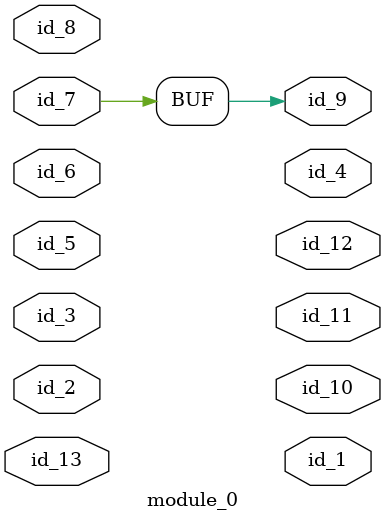
<source format=v>
localparam id_4 = id_2;
module module_0 (
    id_1,
    id_2,
    id_3,
    id_4,
    id_5,
    id_6,
    id_7,
    id_8,
    id_9,
    id_10,
    id_11,
    id_12,
    id_13
);
  input id_13;
  output id_12;
  output id_11;
  output id_10;
  output id_9;
  input id_8;
  input id_7;
  input id_6;
  input id_5;
  output id_4;
  inout id_3;
  input id_2;
  output id_1;
  assign id_9 = id_7[1'b0];
  always @(posedge id_3 | id_2 == id_13);
endmodule

</source>
